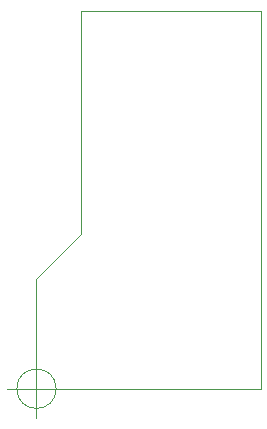
<source format=gm1>
%TF.GenerationSoftware,KiCad,Pcbnew,4.0.5*%
%TF.CreationDate,2017-02-24T13:11:38-08:00*%
%TF.ProjectId,mifa_03,6D6966615F30332E6B696361645F7063,rev?*%
%TF.FileFunction,Profile,NP*%
%FSLAX46Y46*%
G04 Gerber Fmt 4.6, Leading zero omitted, Abs format (unit mm)*
G04 Created by KiCad (PCBNEW 4.0.5) date 02/24/17 13:11:38*
%MOMM*%
%LPD*%
G01*
G04 APERTURE LIST*
%ADD10C,0.025400*%
%ADD11C,0.100000*%
%ADD12C,0.096520*%
G04 APERTURE END LIST*
D10*
D11*
X147828000Y-113423700D02*
X147828000Y-94500700D01*
D12*
X145684666Y-126504700D02*
G75*
G03X145684666Y-126504700I-1666666J0D01*
G01*
X141518000Y-126504700D02*
X146518000Y-126504700D01*
X144018000Y-124004700D02*
X144018000Y-129004700D01*
X162991800Y-94500700D02*
X147828000Y-94500700D01*
X162991800Y-126504700D02*
X162991800Y-94500700D01*
X144018000Y-126504700D02*
X162991800Y-126504700D01*
D11*
X144018000Y-117233700D02*
X147828000Y-113423700D01*
X144018000Y-126504700D02*
X144018000Y-117233700D01*
M02*

</source>
